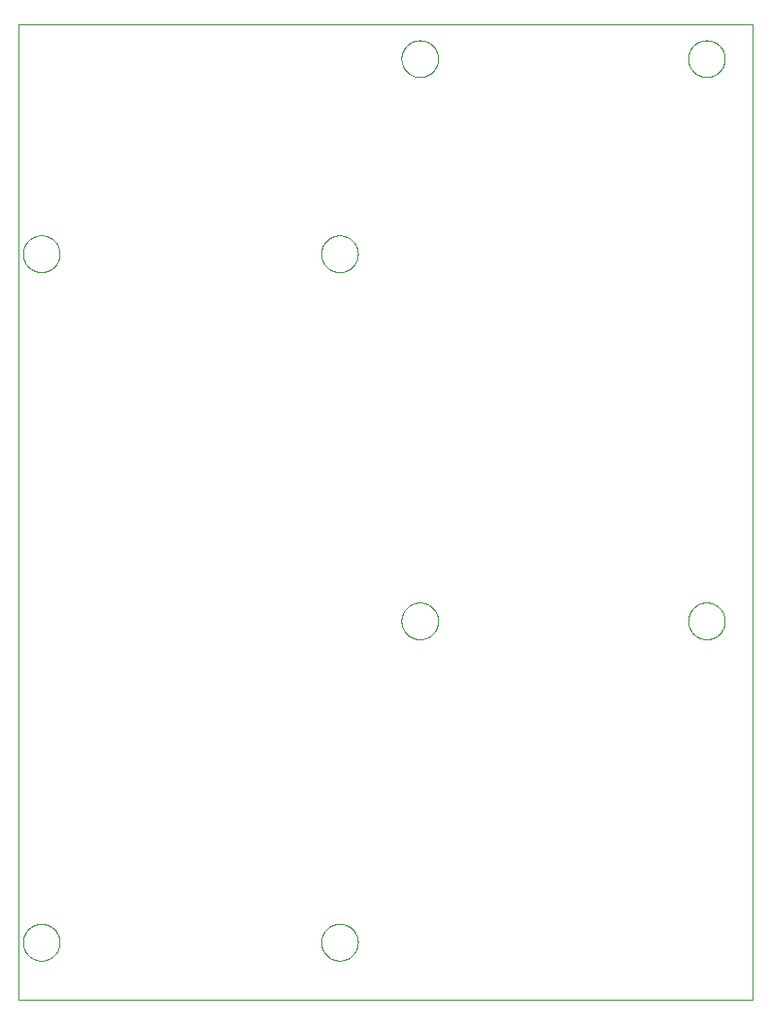
<source format=gbo>
G75*
%MOIN*%
%OFA0B0*%
%FSLAX25Y25*%
%IPPOS*%
%LPD*%
%AMOC8*
5,1,8,0,0,1.08239X$1,22.5*
%
%ADD10C,0.00000*%
D10*
X0001025Y0001000D02*
X0001025Y0335646D01*
X0252994Y0335646D01*
X0252994Y0001000D01*
X0001025Y0001000D01*
X0002600Y0020685D02*
X0002602Y0020843D01*
X0002608Y0021001D01*
X0002618Y0021159D01*
X0002632Y0021317D01*
X0002650Y0021474D01*
X0002671Y0021631D01*
X0002697Y0021787D01*
X0002727Y0021943D01*
X0002760Y0022098D01*
X0002798Y0022251D01*
X0002839Y0022404D01*
X0002884Y0022556D01*
X0002933Y0022707D01*
X0002986Y0022856D01*
X0003042Y0023004D01*
X0003102Y0023150D01*
X0003166Y0023295D01*
X0003234Y0023438D01*
X0003305Y0023580D01*
X0003379Y0023720D01*
X0003457Y0023857D01*
X0003539Y0023993D01*
X0003623Y0024127D01*
X0003712Y0024258D01*
X0003803Y0024387D01*
X0003898Y0024514D01*
X0003995Y0024639D01*
X0004096Y0024761D01*
X0004200Y0024880D01*
X0004307Y0024997D01*
X0004417Y0025111D01*
X0004530Y0025222D01*
X0004645Y0025331D01*
X0004763Y0025436D01*
X0004884Y0025538D01*
X0005007Y0025638D01*
X0005133Y0025734D01*
X0005261Y0025827D01*
X0005391Y0025917D01*
X0005524Y0026003D01*
X0005659Y0026087D01*
X0005795Y0026166D01*
X0005934Y0026243D01*
X0006075Y0026315D01*
X0006217Y0026385D01*
X0006361Y0026450D01*
X0006507Y0026512D01*
X0006654Y0026570D01*
X0006803Y0026625D01*
X0006953Y0026676D01*
X0007104Y0026723D01*
X0007256Y0026766D01*
X0007409Y0026805D01*
X0007564Y0026841D01*
X0007719Y0026872D01*
X0007875Y0026900D01*
X0008031Y0026924D01*
X0008188Y0026944D01*
X0008346Y0026960D01*
X0008503Y0026972D01*
X0008662Y0026980D01*
X0008820Y0026984D01*
X0008978Y0026984D01*
X0009136Y0026980D01*
X0009295Y0026972D01*
X0009452Y0026960D01*
X0009610Y0026944D01*
X0009767Y0026924D01*
X0009923Y0026900D01*
X0010079Y0026872D01*
X0010234Y0026841D01*
X0010389Y0026805D01*
X0010542Y0026766D01*
X0010694Y0026723D01*
X0010845Y0026676D01*
X0010995Y0026625D01*
X0011144Y0026570D01*
X0011291Y0026512D01*
X0011437Y0026450D01*
X0011581Y0026385D01*
X0011723Y0026315D01*
X0011864Y0026243D01*
X0012003Y0026166D01*
X0012139Y0026087D01*
X0012274Y0026003D01*
X0012407Y0025917D01*
X0012537Y0025827D01*
X0012665Y0025734D01*
X0012791Y0025638D01*
X0012914Y0025538D01*
X0013035Y0025436D01*
X0013153Y0025331D01*
X0013268Y0025222D01*
X0013381Y0025111D01*
X0013491Y0024997D01*
X0013598Y0024880D01*
X0013702Y0024761D01*
X0013803Y0024639D01*
X0013900Y0024514D01*
X0013995Y0024387D01*
X0014086Y0024258D01*
X0014175Y0024127D01*
X0014259Y0023993D01*
X0014341Y0023857D01*
X0014419Y0023720D01*
X0014493Y0023580D01*
X0014564Y0023438D01*
X0014632Y0023295D01*
X0014696Y0023150D01*
X0014756Y0023004D01*
X0014812Y0022856D01*
X0014865Y0022707D01*
X0014914Y0022556D01*
X0014959Y0022404D01*
X0015000Y0022251D01*
X0015038Y0022098D01*
X0015071Y0021943D01*
X0015101Y0021787D01*
X0015127Y0021631D01*
X0015148Y0021474D01*
X0015166Y0021317D01*
X0015180Y0021159D01*
X0015190Y0021001D01*
X0015196Y0020843D01*
X0015198Y0020685D01*
X0015196Y0020527D01*
X0015190Y0020369D01*
X0015180Y0020211D01*
X0015166Y0020053D01*
X0015148Y0019896D01*
X0015127Y0019739D01*
X0015101Y0019583D01*
X0015071Y0019427D01*
X0015038Y0019272D01*
X0015000Y0019119D01*
X0014959Y0018966D01*
X0014914Y0018814D01*
X0014865Y0018663D01*
X0014812Y0018514D01*
X0014756Y0018366D01*
X0014696Y0018220D01*
X0014632Y0018075D01*
X0014564Y0017932D01*
X0014493Y0017790D01*
X0014419Y0017650D01*
X0014341Y0017513D01*
X0014259Y0017377D01*
X0014175Y0017243D01*
X0014086Y0017112D01*
X0013995Y0016983D01*
X0013900Y0016856D01*
X0013803Y0016731D01*
X0013702Y0016609D01*
X0013598Y0016490D01*
X0013491Y0016373D01*
X0013381Y0016259D01*
X0013268Y0016148D01*
X0013153Y0016039D01*
X0013035Y0015934D01*
X0012914Y0015832D01*
X0012791Y0015732D01*
X0012665Y0015636D01*
X0012537Y0015543D01*
X0012407Y0015453D01*
X0012274Y0015367D01*
X0012139Y0015283D01*
X0012003Y0015204D01*
X0011864Y0015127D01*
X0011723Y0015055D01*
X0011581Y0014985D01*
X0011437Y0014920D01*
X0011291Y0014858D01*
X0011144Y0014800D01*
X0010995Y0014745D01*
X0010845Y0014694D01*
X0010694Y0014647D01*
X0010542Y0014604D01*
X0010389Y0014565D01*
X0010234Y0014529D01*
X0010079Y0014498D01*
X0009923Y0014470D01*
X0009767Y0014446D01*
X0009610Y0014426D01*
X0009452Y0014410D01*
X0009295Y0014398D01*
X0009136Y0014390D01*
X0008978Y0014386D01*
X0008820Y0014386D01*
X0008662Y0014390D01*
X0008503Y0014398D01*
X0008346Y0014410D01*
X0008188Y0014426D01*
X0008031Y0014446D01*
X0007875Y0014470D01*
X0007719Y0014498D01*
X0007564Y0014529D01*
X0007409Y0014565D01*
X0007256Y0014604D01*
X0007104Y0014647D01*
X0006953Y0014694D01*
X0006803Y0014745D01*
X0006654Y0014800D01*
X0006507Y0014858D01*
X0006361Y0014920D01*
X0006217Y0014985D01*
X0006075Y0015055D01*
X0005934Y0015127D01*
X0005795Y0015204D01*
X0005659Y0015283D01*
X0005524Y0015367D01*
X0005391Y0015453D01*
X0005261Y0015543D01*
X0005133Y0015636D01*
X0005007Y0015732D01*
X0004884Y0015832D01*
X0004763Y0015934D01*
X0004645Y0016039D01*
X0004530Y0016148D01*
X0004417Y0016259D01*
X0004307Y0016373D01*
X0004200Y0016490D01*
X0004096Y0016609D01*
X0003995Y0016731D01*
X0003898Y0016856D01*
X0003803Y0016983D01*
X0003712Y0017112D01*
X0003623Y0017243D01*
X0003539Y0017377D01*
X0003457Y0017513D01*
X0003379Y0017650D01*
X0003305Y0017790D01*
X0003234Y0017932D01*
X0003166Y0018075D01*
X0003102Y0018220D01*
X0003042Y0018366D01*
X0002986Y0018514D01*
X0002933Y0018663D01*
X0002884Y0018814D01*
X0002839Y0018966D01*
X0002798Y0019119D01*
X0002760Y0019272D01*
X0002727Y0019427D01*
X0002697Y0019583D01*
X0002671Y0019739D01*
X0002650Y0019896D01*
X0002632Y0020053D01*
X0002618Y0020211D01*
X0002608Y0020369D01*
X0002602Y0020527D01*
X0002600Y0020685D01*
X0104962Y0020685D02*
X0104964Y0020843D01*
X0104970Y0021001D01*
X0104980Y0021159D01*
X0104994Y0021317D01*
X0105012Y0021474D01*
X0105033Y0021631D01*
X0105059Y0021787D01*
X0105089Y0021943D01*
X0105122Y0022098D01*
X0105160Y0022251D01*
X0105201Y0022404D01*
X0105246Y0022556D01*
X0105295Y0022707D01*
X0105348Y0022856D01*
X0105404Y0023004D01*
X0105464Y0023150D01*
X0105528Y0023295D01*
X0105596Y0023438D01*
X0105667Y0023580D01*
X0105741Y0023720D01*
X0105819Y0023857D01*
X0105901Y0023993D01*
X0105985Y0024127D01*
X0106074Y0024258D01*
X0106165Y0024387D01*
X0106260Y0024514D01*
X0106357Y0024639D01*
X0106458Y0024761D01*
X0106562Y0024880D01*
X0106669Y0024997D01*
X0106779Y0025111D01*
X0106892Y0025222D01*
X0107007Y0025331D01*
X0107125Y0025436D01*
X0107246Y0025538D01*
X0107369Y0025638D01*
X0107495Y0025734D01*
X0107623Y0025827D01*
X0107753Y0025917D01*
X0107886Y0026003D01*
X0108021Y0026087D01*
X0108157Y0026166D01*
X0108296Y0026243D01*
X0108437Y0026315D01*
X0108579Y0026385D01*
X0108723Y0026450D01*
X0108869Y0026512D01*
X0109016Y0026570D01*
X0109165Y0026625D01*
X0109315Y0026676D01*
X0109466Y0026723D01*
X0109618Y0026766D01*
X0109771Y0026805D01*
X0109926Y0026841D01*
X0110081Y0026872D01*
X0110237Y0026900D01*
X0110393Y0026924D01*
X0110550Y0026944D01*
X0110708Y0026960D01*
X0110865Y0026972D01*
X0111024Y0026980D01*
X0111182Y0026984D01*
X0111340Y0026984D01*
X0111498Y0026980D01*
X0111657Y0026972D01*
X0111814Y0026960D01*
X0111972Y0026944D01*
X0112129Y0026924D01*
X0112285Y0026900D01*
X0112441Y0026872D01*
X0112596Y0026841D01*
X0112751Y0026805D01*
X0112904Y0026766D01*
X0113056Y0026723D01*
X0113207Y0026676D01*
X0113357Y0026625D01*
X0113506Y0026570D01*
X0113653Y0026512D01*
X0113799Y0026450D01*
X0113943Y0026385D01*
X0114085Y0026315D01*
X0114226Y0026243D01*
X0114365Y0026166D01*
X0114501Y0026087D01*
X0114636Y0026003D01*
X0114769Y0025917D01*
X0114899Y0025827D01*
X0115027Y0025734D01*
X0115153Y0025638D01*
X0115276Y0025538D01*
X0115397Y0025436D01*
X0115515Y0025331D01*
X0115630Y0025222D01*
X0115743Y0025111D01*
X0115853Y0024997D01*
X0115960Y0024880D01*
X0116064Y0024761D01*
X0116165Y0024639D01*
X0116262Y0024514D01*
X0116357Y0024387D01*
X0116448Y0024258D01*
X0116537Y0024127D01*
X0116621Y0023993D01*
X0116703Y0023857D01*
X0116781Y0023720D01*
X0116855Y0023580D01*
X0116926Y0023438D01*
X0116994Y0023295D01*
X0117058Y0023150D01*
X0117118Y0023004D01*
X0117174Y0022856D01*
X0117227Y0022707D01*
X0117276Y0022556D01*
X0117321Y0022404D01*
X0117362Y0022251D01*
X0117400Y0022098D01*
X0117433Y0021943D01*
X0117463Y0021787D01*
X0117489Y0021631D01*
X0117510Y0021474D01*
X0117528Y0021317D01*
X0117542Y0021159D01*
X0117552Y0021001D01*
X0117558Y0020843D01*
X0117560Y0020685D01*
X0117558Y0020527D01*
X0117552Y0020369D01*
X0117542Y0020211D01*
X0117528Y0020053D01*
X0117510Y0019896D01*
X0117489Y0019739D01*
X0117463Y0019583D01*
X0117433Y0019427D01*
X0117400Y0019272D01*
X0117362Y0019119D01*
X0117321Y0018966D01*
X0117276Y0018814D01*
X0117227Y0018663D01*
X0117174Y0018514D01*
X0117118Y0018366D01*
X0117058Y0018220D01*
X0116994Y0018075D01*
X0116926Y0017932D01*
X0116855Y0017790D01*
X0116781Y0017650D01*
X0116703Y0017513D01*
X0116621Y0017377D01*
X0116537Y0017243D01*
X0116448Y0017112D01*
X0116357Y0016983D01*
X0116262Y0016856D01*
X0116165Y0016731D01*
X0116064Y0016609D01*
X0115960Y0016490D01*
X0115853Y0016373D01*
X0115743Y0016259D01*
X0115630Y0016148D01*
X0115515Y0016039D01*
X0115397Y0015934D01*
X0115276Y0015832D01*
X0115153Y0015732D01*
X0115027Y0015636D01*
X0114899Y0015543D01*
X0114769Y0015453D01*
X0114636Y0015367D01*
X0114501Y0015283D01*
X0114365Y0015204D01*
X0114226Y0015127D01*
X0114085Y0015055D01*
X0113943Y0014985D01*
X0113799Y0014920D01*
X0113653Y0014858D01*
X0113506Y0014800D01*
X0113357Y0014745D01*
X0113207Y0014694D01*
X0113056Y0014647D01*
X0112904Y0014604D01*
X0112751Y0014565D01*
X0112596Y0014529D01*
X0112441Y0014498D01*
X0112285Y0014470D01*
X0112129Y0014446D01*
X0111972Y0014426D01*
X0111814Y0014410D01*
X0111657Y0014398D01*
X0111498Y0014390D01*
X0111340Y0014386D01*
X0111182Y0014386D01*
X0111024Y0014390D01*
X0110865Y0014398D01*
X0110708Y0014410D01*
X0110550Y0014426D01*
X0110393Y0014446D01*
X0110237Y0014470D01*
X0110081Y0014498D01*
X0109926Y0014529D01*
X0109771Y0014565D01*
X0109618Y0014604D01*
X0109466Y0014647D01*
X0109315Y0014694D01*
X0109165Y0014745D01*
X0109016Y0014800D01*
X0108869Y0014858D01*
X0108723Y0014920D01*
X0108579Y0014985D01*
X0108437Y0015055D01*
X0108296Y0015127D01*
X0108157Y0015204D01*
X0108021Y0015283D01*
X0107886Y0015367D01*
X0107753Y0015453D01*
X0107623Y0015543D01*
X0107495Y0015636D01*
X0107369Y0015732D01*
X0107246Y0015832D01*
X0107125Y0015934D01*
X0107007Y0016039D01*
X0106892Y0016148D01*
X0106779Y0016259D01*
X0106669Y0016373D01*
X0106562Y0016490D01*
X0106458Y0016609D01*
X0106357Y0016731D01*
X0106260Y0016856D01*
X0106165Y0016983D01*
X0106074Y0017112D01*
X0105985Y0017243D01*
X0105901Y0017377D01*
X0105819Y0017513D01*
X0105741Y0017650D01*
X0105667Y0017790D01*
X0105596Y0017932D01*
X0105528Y0018075D01*
X0105464Y0018220D01*
X0105404Y0018366D01*
X0105348Y0018514D01*
X0105295Y0018663D01*
X0105246Y0018814D01*
X0105201Y0018966D01*
X0105160Y0019119D01*
X0105122Y0019272D01*
X0105089Y0019427D01*
X0105059Y0019583D01*
X0105033Y0019739D01*
X0105012Y0019896D01*
X0104994Y0020053D01*
X0104980Y0020211D01*
X0104970Y0020369D01*
X0104964Y0020527D01*
X0104962Y0020685D01*
X0132521Y0130921D02*
X0132523Y0131079D01*
X0132529Y0131237D01*
X0132539Y0131395D01*
X0132553Y0131553D01*
X0132571Y0131710D01*
X0132592Y0131867D01*
X0132618Y0132023D01*
X0132648Y0132179D01*
X0132681Y0132334D01*
X0132719Y0132487D01*
X0132760Y0132640D01*
X0132805Y0132792D01*
X0132854Y0132943D01*
X0132907Y0133092D01*
X0132963Y0133240D01*
X0133023Y0133386D01*
X0133087Y0133531D01*
X0133155Y0133674D01*
X0133226Y0133816D01*
X0133300Y0133956D01*
X0133378Y0134093D01*
X0133460Y0134229D01*
X0133544Y0134363D01*
X0133633Y0134494D01*
X0133724Y0134623D01*
X0133819Y0134750D01*
X0133916Y0134875D01*
X0134017Y0134997D01*
X0134121Y0135116D01*
X0134228Y0135233D01*
X0134338Y0135347D01*
X0134451Y0135458D01*
X0134566Y0135567D01*
X0134684Y0135672D01*
X0134805Y0135774D01*
X0134928Y0135874D01*
X0135054Y0135970D01*
X0135182Y0136063D01*
X0135312Y0136153D01*
X0135445Y0136239D01*
X0135580Y0136323D01*
X0135716Y0136402D01*
X0135855Y0136479D01*
X0135996Y0136551D01*
X0136138Y0136621D01*
X0136282Y0136686D01*
X0136428Y0136748D01*
X0136575Y0136806D01*
X0136724Y0136861D01*
X0136874Y0136912D01*
X0137025Y0136959D01*
X0137177Y0137002D01*
X0137330Y0137041D01*
X0137485Y0137077D01*
X0137640Y0137108D01*
X0137796Y0137136D01*
X0137952Y0137160D01*
X0138109Y0137180D01*
X0138267Y0137196D01*
X0138424Y0137208D01*
X0138583Y0137216D01*
X0138741Y0137220D01*
X0138899Y0137220D01*
X0139057Y0137216D01*
X0139216Y0137208D01*
X0139373Y0137196D01*
X0139531Y0137180D01*
X0139688Y0137160D01*
X0139844Y0137136D01*
X0140000Y0137108D01*
X0140155Y0137077D01*
X0140310Y0137041D01*
X0140463Y0137002D01*
X0140615Y0136959D01*
X0140766Y0136912D01*
X0140916Y0136861D01*
X0141065Y0136806D01*
X0141212Y0136748D01*
X0141358Y0136686D01*
X0141502Y0136621D01*
X0141644Y0136551D01*
X0141785Y0136479D01*
X0141924Y0136402D01*
X0142060Y0136323D01*
X0142195Y0136239D01*
X0142328Y0136153D01*
X0142458Y0136063D01*
X0142586Y0135970D01*
X0142712Y0135874D01*
X0142835Y0135774D01*
X0142956Y0135672D01*
X0143074Y0135567D01*
X0143189Y0135458D01*
X0143302Y0135347D01*
X0143412Y0135233D01*
X0143519Y0135116D01*
X0143623Y0134997D01*
X0143724Y0134875D01*
X0143821Y0134750D01*
X0143916Y0134623D01*
X0144007Y0134494D01*
X0144096Y0134363D01*
X0144180Y0134229D01*
X0144262Y0134093D01*
X0144340Y0133956D01*
X0144414Y0133816D01*
X0144485Y0133674D01*
X0144553Y0133531D01*
X0144617Y0133386D01*
X0144677Y0133240D01*
X0144733Y0133092D01*
X0144786Y0132943D01*
X0144835Y0132792D01*
X0144880Y0132640D01*
X0144921Y0132487D01*
X0144959Y0132334D01*
X0144992Y0132179D01*
X0145022Y0132023D01*
X0145048Y0131867D01*
X0145069Y0131710D01*
X0145087Y0131553D01*
X0145101Y0131395D01*
X0145111Y0131237D01*
X0145117Y0131079D01*
X0145119Y0130921D01*
X0145117Y0130763D01*
X0145111Y0130605D01*
X0145101Y0130447D01*
X0145087Y0130289D01*
X0145069Y0130132D01*
X0145048Y0129975D01*
X0145022Y0129819D01*
X0144992Y0129663D01*
X0144959Y0129508D01*
X0144921Y0129355D01*
X0144880Y0129202D01*
X0144835Y0129050D01*
X0144786Y0128899D01*
X0144733Y0128750D01*
X0144677Y0128602D01*
X0144617Y0128456D01*
X0144553Y0128311D01*
X0144485Y0128168D01*
X0144414Y0128026D01*
X0144340Y0127886D01*
X0144262Y0127749D01*
X0144180Y0127613D01*
X0144096Y0127479D01*
X0144007Y0127348D01*
X0143916Y0127219D01*
X0143821Y0127092D01*
X0143724Y0126967D01*
X0143623Y0126845D01*
X0143519Y0126726D01*
X0143412Y0126609D01*
X0143302Y0126495D01*
X0143189Y0126384D01*
X0143074Y0126275D01*
X0142956Y0126170D01*
X0142835Y0126068D01*
X0142712Y0125968D01*
X0142586Y0125872D01*
X0142458Y0125779D01*
X0142328Y0125689D01*
X0142195Y0125603D01*
X0142060Y0125519D01*
X0141924Y0125440D01*
X0141785Y0125363D01*
X0141644Y0125291D01*
X0141502Y0125221D01*
X0141358Y0125156D01*
X0141212Y0125094D01*
X0141065Y0125036D01*
X0140916Y0124981D01*
X0140766Y0124930D01*
X0140615Y0124883D01*
X0140463Y0124840D01*
X0140310Y0124801D01*
X0140155Y0124765D01*
X0140000Y0124734D01*
X0139844Y0124706D01*
X0139688Y0124682D01*
X0139531Y0124662D01*
X0139373Y0124646D01*
X0139216Y0124634D01*
X0139057Y0124626D01*
X0138899Y0124622D01*
X0138741Y0124622D01*
X0138583Y0124626D01*
X0138424Y0124634D01*
X0138267Y0124646D01*
X0138109Y0124662D01*
X0137952Y0124682D01*
X0137796Y0124706D01*
X0137640Y0124734D01*
X0137485Y0124765D01*
X0137330Y0124801D01*
X0137177Y0124840D01*
X0137025Y0124883D01*
X0136874Y0124930D01*
X0136724Y0124981D01*
X0136575Y0125036D01*
X0136428Y0125094D01*
X0136282Y0125156D01*
X0136138Y0125221D01*
X0135996Y0125291D01*
X0135855Y0125363D01*
X0135716Y0125440D01*
X0135580Y0125519D01*
X0135445Y0125603D01*
X0135312Y0125689D01*
X0135182Y0125779D01*
X0135054Y0125872D01*
X0134928Y0125968D01*
X0134805Y0126068D01*
X0134684Y0126170D01*
X0134566Y0126275D01*
X0134451Y0126384D01*
X0134338Y0126495D01*
X0134228Y0126609D01*
X0134121Y0126726D01*
X0134017Y0126845D01*
X0133916Y0126967D01*
X0133819Y0127092D01*
X0133724Y0127219D01*
X0133633Y0127348D01*
X0133544Y0127479D01*
X0133460Y0127613D01*
X0133378Y0127749D01*
X0133300Y0127886D01*
X0133226Y0128026D01*
X0133155Y0128168D01*
X0133087Y0128311D01*
X0133023Y0128456D01*
X0132963Y0128602D01*
X0132907Y0128750D01*
X0132854Y0128899D01*
X0132805Y0129050D01*
X0132760Y0129202D01*
X0132719Y0129355D01*
X0132681Y0129508D01*
X0132648Y0129663D01*
X0132618Y0129819D01*
X0132592Y0129975D01*
X0132571Y0130132D01*
X0132553Y0130289D01*
X0132539Y0130447D01*
X0132529Y0130605D01*
X0132523Y0130763D01*
X0132521Y0130921D01*
X0104962Y0256906D02*
X0104964Y0257064D01*
X0104970Y0257222D01*
X0104980Y0257380D01*
X0104994Y0257538D01*
X0105012Y0257695D01*
X0105033Y0257852D01*
X0105059Y0258008D01*
X0105089Y0258164D01*
X0105122Y0258319D01*
X0105160Y0258472D01*
X0105201Y0258625D01*
X0105246Y0258777D01*
X0105295Y0258928D01*
X0105348Y0259077D01*
X0105404Y0259225D01*
X0105464Y0259371D01*
X0105528Y0259516D01*
X0105596Y0259659D01*
X0105667Y0259801D01*
X0105741Y0259941D01*
X0105819Y0260078D01*
X0105901Y0260214D01*
X0105985Y0260348D01*
X0106074Y0260479D01*
X0106165Y0260608D01*
X0106260Y0260735D01*
X0106357Y0260860D01*
X0106458Y0260982D01*
X0106562Y0261101D01*
X0106669Y0261218D01*
X0106779Y0261332D01*
X0106892Y0261443D01*
X0107007Y0261552D01*
X0107125Y0261657D01*
X0107246Y0261759D01*
X0107369Y0261859D01*
X0107495Y0261955D01*
X0107623Y0262048D01*
X0107753Y0262138D01*
X0107886Y0262224D01*
X0108021Y0262308D01*
X0108157Y0262387D01*
X0108296Y0262464D01*
X0108437Y0262536D01*
X0108579Y0262606D01*
X0108723Y0262671D01*
X0108869Y0262733D01*
X0109016Y0262791D01*
X0109165Y0262846D01*
X0109315Y0262897D01*
X0109466Y0262944D01*
X0109618Y0262987D01*
X0109771Y0263026D01*
X0109926Y0263062D01*
X0110081Y0263093D01*
X0110237Y0263121D01*
X0110393Y0263145D01*
X0110550Y0263165D01*
X0110708Y0263181D01*
X0110865Y0263193D01*
X0111024Y0263201D01*
X0111182Y0263205D01*
X0111340Y0263205D01*
X0111498Y0263201D01*
X0111657Y0263193D01*
X0111814Y0263181D01*
X0111972Y0263165D01*
X0112129Y0263145D01*
X0112285Y0263121D01*
X0112441Y0263093D01*
X0112596Y0263062D01*
X0112751Y0263026D01*
X0112904Y0262987D01*
X0113056Y0262944D01*
X0113207Y0262897D01*
X0113357Y0262846D01*
X0113506Y0262791D01*
X0113653Y0262733D01*
X0113799Y0262671D01*
X0113943Y0262606D01*
X0114085Y0262536D01*
X0114226Y0262464D01*
X0114365Y0262387D01*
X0114501Y0262308D01*
X0114636Y0262224D01*
X0114769Y0262138D01*
X0114899Y0262048D01*
X0115027Y0261955D01*
X0115153Y0261859D01*
X0115276Y0261759D01*
X0115397Y0261657D01*
X0115515Y0261552D01*
X0115630Y0261443D01*
X0115743Y0261332D01*
X0115853Y0261218D01*
X0115960Y0261101D01*
X0116064Y0260982D01*
X0116165Y0260860D01*
X0116262Y0260735D01*
X0116357Y0260608D01*
X0116448Y0260479D01*
X0116537Y0260348D01*
X0116621Y0260214D01*
X0116703Y0260078D01*
X0116781Y0259941D01*
X0116855Y0259801D01*
X0116926Y0259659D01*
X0116994Y0259516D01*
X0117058Y0259371D01*
X0117118Y0259225D01*
X0117174Y0259077D01*
X0117227Y0258928D01*
X0117276Y0258777D01*
X0117321Y0258625D01*
X0117362Y0258472D01*
X0117400Y0258319D01*
X0117433Y0258164D01*
X0117463Y0258008D01*
X0117489Y0257852D01*
X0117510Y0257695D01*
X0117528Y0257538D01*
X0117542Y0257380D01*
X0117552Y0257222D01*
X0117558Y0257064D01*
X0117560Y0256906D01*
X0117558Y0256748D01*
X0117552Y0256590D01*
X0117542Y0256432D01*
X0117528Y0256274D01*
X0117510Y0256117D01*
X0117489Y0255960D01*
X0117463Y0255804D01*
X0117433Y0255648D01*
X0117400Y0255493D01*
X0117362Y0255340D01*
X0117321Y0255187D01*
X0117276Y0255035D01*
X0117227Y0254884D01*
X0117174Y0254735D01*
X0117118Y0254587D01*
X0117058Y0254441D01*
X0116994Y0254296D01*
X0116926Y0254153D01*
X0116855Y0254011D01*
X0116781Y0253871D01*
X0116703Y0253734D01*
X0116621Y0253598D01*
X0116537Y0253464D01*
X0116448Y0253333D01*
X0116357Y0253204D01*
X0116262Y0253077D01*
X0116165Y0252952D01*
X0116064Y0252830D01*
X0115960Y0252711D01*
X0115853Y0252594D01*
X0115743Y0252480D01*
X0115630Y0252369D01*
X0115515Y0252260D01*
X0115397Y0252155D01*
X0115276Y0252053D01*
X0115153Y0251953D01*
X0115027Y0251857D01*
X0114899Y0251764D01*
X0114769Y0251674D01*
X0114636Y0251588D01*
X0114501Y0251504D01*
X0114365Y0251425D01*
X0114226Y0251348D01*
X0114085Y0251276D01*
X0113943Y0251206D01*
X0113799Y0251141D01*
X0113653Y0251079D01*
X0113506Y0251021D01*
X0113357Y0250966D01*
X0113207Y0250915D01*
X0113056Y0250868D01*
X0112904Y0250825D01*
X0112751Y0250786D01*
X0112596Y0250750D01*
X0112441Y0250719D01*
X0112285Y0250691D01*
X0112129Y0250667D01*
X0111972Y0250647D01*
X0111814Y0250631D01*
X0111657Y0250619D01*
X0111498Y0250611D01*
X0111340Y0250607D01*
X0111182Y0250607D01*
X0111024Y0250611D01*
X0110865Y0250619D01*
X0110708Y0250631D01*
X0110550Y0250647D01*
X0110393Y0250667D01*
X0110237Y0250691D01*
X0110081Y0250719D01*
X0109926Y0250750D01*
X0109771Y0250786D01*
X0109618Y0250825D01*
X0109466Y0250868D01*
X0109315Y0250915D01*
X0109165Y0250966D01*
X0109016Y0251021D01*
X0108869Y0251079D01*
X0108723Y0251141D01*
X0108579Y0251206D01*
X0108437Y0251276D01*
X0108296Y0251348D01*
X0108157Y0251425D01*
X0108021Y0251504D01*
X0107886Y0251588D01*
X0107753Y0251674D01*
X0107623Y0251764D01*
X0107495Y0251857D01*
X0107369Y0251953D01*
X0107246Y0252053D01*
X0107125Y0252155D01*
X0107007Y0252260D01*
X0106892Y0252369D01*
X0106779Y0252480D01*
X0106669Y0252594D01*
X0106562Y0252711D01*
X0106458Y0252830D01*
X0106357Y0252952D01*
X0106260Y0253077D01*
X0106165Y0253204D01*
X0106074Y0253333D01*
X0105985Y0253464D01*
X0105901Y0253598D01*
X0105819Y0253734D01*
X0105741Y0253871D01*
X0105667Y0254011D01*
X0105596Y0254153D01*
X0105528Y0254296D01*
X0105464Y0254441D01*
X0105404Y0254587D01*
X0105348Y0254735D01*
X0105295Y0254884D01*
X0105246Y0255035D01*
X0105201Y0255187D01*
X0105160Y0255340D01*
X0105122Y0255493D01*
X0105089Y0255648D01*
X0105059Y0255804D01*
X0105033Y0255960D01*
X0105012Y0256117D01*
X0104994Y0256274D01*
X0104980Y0256432D01*
X0104970Y0256590D01*
X0104964Y0256748D01*
X0104962Y0256906D01*
X0132521Y0323835D02*
X0132523Y0323993D01*
X0132529Y0324151D01*
X0132539Y0324309D01*
X0132553Y0324467D01*
X0132571Y0324624D01*
X0132592Y0324781D01*
X0132618Y0324937D01*
X0132648Y0325093D01*
X0132681Y0325248D01*
X0132719Y0325401D01*
X0132760Y0325554D01*
X0132805Y0325706D01*
X0132854Y0325857D01*
X0132907Y0326006D01*
X0132963Y0326154D01*
X0133023Y0326300D01*
X0133087Y0326445D01*
X0133155Y0326588D01*
X0133226Y0326730D01*
X0133300Y0326870D01*
X0133378Y0327007D01*
X0133460Y0327143D01*
X0133544Y0327277D01*
X0133633Y0327408D01*
X0133724Y0327537D01*
X0133819Y0327664D01*
X0133916Y0327789D01*
X0134017Y0327911D01*
X0134121Y0328030D01*
X0134228Y0328147D01*
X0134338Y0328261D01*
X0134451Y0328372D01*
X0134566Y0328481D01*
X0134684Y0328586D01*
X0134805Y0328688D01*
X0134928Y0328788D01*
X0135054Y0328884D01*
X0135182Y0328977D01*
X0135312Y0329067D01*
X0135445Y0329153D01*
X0135580Y0329237D01*
X0135716Y0329316D01*
X0135855Y0329393D01*
X0135996Y0329465D01*
X0136138Y0329535D01*
X0136282Y0329600D01*
X0136428Y0329662D01*
X0136575Y0329720D01*
X0136724Y0329775D01*
X0136874Y0329826D01*
X0137025Y0329873D01*
X0137177Y0329916D01*
X0137330Y0329955D01*
X0137485Y0329991D01*
X0137640Y0330022D01*
X0137796Y0330050D01*
X0137952Y0330074D01*
X0138109Y0330094D01*
X0138267Y0330110D01*
X0138424Y0330122D01*
X0138583Y0330130D01*
X0138741Y0330134D01*
X0138899Y0330134D01*
X0139057Y0330130D01*
X0139216Y0330122D01*
X0139373Y0330110D01*
X0139531Y0330094D01*
X0139688Y0330074D01*
X0139844Y0330050D01*
X0140000Y0330022D01*
X0140155Y0329991D01*
X0140310Y0329955D01*
X0140463Y0329916D01*
X0140615Y0329873D01*
X0140766Y0329826D01*
X0140916Y0329775D01*
X0141065Y0329720D01*
X0141212Y0329662D01*
X0141358Y0329600D01*
X0141502Y0329535D01*
X0141644Y0329465D01*
X0141785Y0329393D01*
X0141924Y0329316D01*
X0142060Y0329237D01*
X0142195Y0329153D01*
X0142328Y0329067D01*
X0142458Y0328977D01*
X0142586Y0328884D01*
X0142712Y0328788D01*
X0142835Y0328688D01*
X0142956Y0328586D01*
X0143074Y0328481D01*
X0143189Y0328372D01*
X0143302Y0328261D01*
X0143412Y0328147D01*
X0143519Y0328030D01*
X0143623Y0327911D01*
X0143724Y0327789D01*
X0143821Y0327664D01*
X0143916Y0327537D01*
X0144007Y0327408D01*
X0144096Y0327277D01*
X0144180Y0327143D01*
X0144262Y0327007D01*
X0144340Y0326870D01*
X0144414Y0326730D01*
X0144485Y0326588D01*
X0144553Y0326445D01*
X0144617Y0326300D01*
X0144677Y0326154D01*
X0144733Y0326006D01*
X0144786Y0325857D01*
X0144835Y0325706D01*
X0144880Y0325554D01*
X0144921Y0325401D01*
X0144959Y0325248D01*
X0144992Y0325093D01*
X0145022Y0324937D01*
X0145048Y0324781D01*
X0145069Y0324624D01*
X0145087Y0324467D01*
X0145101Y0324309D01*
X0145111Y0324151D01*
X0145117Y0323993D01*
X0145119Y0323835D01*
X0145117Y0323677D01*
X0145111Y0323519D01*
X0145101Y0323361D01*
X0145087Y0323203D01*
X0145069Y0323046D01*
X0145048Y0322889D01*
X0145022Y0322733D01*
X0144992Y0322577D01*
X0144959Y0322422D01*
X0144921Y0322269D01*
X0144880Y0322116D01*
X0144835Y0321964D01*
X0144786Y0321813D01*
X0144733Y0321664D01*
X0144677Y0321516D01*
X0144617Y0321370D01*
X0144553Y0321225D01*
X0144485Y0321082D01*
X0144414Y0320940D01*
X0144340Y0320800D01*
X0144262Y0320663D01*
X0144180Y0320527D01*
X0144096Y0320393D01*
X0144007Y0320262D01*
X0143916Y0320133D01*
X0143821Y0320006D01*
X0143724Y0319881D01*
X0143623Y0319759D01*
X0143519Y0319640D01*
X0143412Y0319523D01*
X0143302Y0319409D01*
X0143189Y0319298D01*
X0143074Y0319189D01*
X0142956Y0319084D01*
X0142835Y0318982D01*
X0142712Y0318882D01*
X0142586Y0318786D01*
X0142458Y0318693D01*
X0142328Y0318603D01*
X0142195Y0318517D01*
X0142060Y0318433D01*
X0141924Y0318354D01*
X0141785Y0318277D01*
X0141644Y0318205D01*
X0141502Y0318135D01*
X0141358Y0318070D01*
X0141212Y0318008D01*
X0141065Y0317950D01*
X0140916Y0317895D01*
X0140766Y0317844D01*
X0140615Y0317797D01*
X0140463Y0317754D01*
X0140310Y0317715D01*
X0140155Y0317679D01*
X0140000Y0317648D01*
X0139844Y0317620D01*
X0139688Y0317596D01*
X0139531Y0317576D01*
X0139373Y0317560D01*
X0139216Y0317548D01*
X0139057Y0317540D01*
X0138899Y0317536D01*
X0138741Y0317536D01*
X0138583Y0317540D01*
X0138424Y0317548D01*
X0138267Y0317560D01*
X0138109Y0317576D01*
X0137952Y0317596D01*
X0137796Y0317620D01*
X0137640Y0317648D01*
X0137485Y0317679D01*
X0137330Y0317715D01*
X0137177Y0317754D01*
X0137025Y0317797D01*
X0136874Y0317844D01*
X0136724Y0317895D01*
X0136575Y0317950D01*
X0136428Y0318008D01*
X0136282Y0318070D01*
X0136138Y0318135D01*
X0135996Y0318205D01*
X0135855Y0318277D01*
X0135716Y0318354D01*
X0135580Y0318433D01*
X0135445Y0318517D01*
X0135312Y0318603D01*
X0135182Y0318693D01*
X0135054Y0318786D01*
X0134928Y0318882D01*
X0134805Y0318982D01*
X0134684Y0319084D01*
X0134566Y0319189D01*
X0134451Y0319298D01*
X0134338Y0319409D01*
X0134228Y0319523D01*
X0134121Y0319640D01*
X0134017Y0319759D01*
X0133916Y0319881D01*
X0133819Y0320006D01*
X0133724Y0320133D01*
X0133633Y0320262D01*
X0133544Y0320393D01*
X0133460Y0320527D01*
X0133378Y0320663D01*
X0133300Y0320800D01*
X0133226Y0320940D01*
X0133155Y0321082D01*
X0133087Y0321225D01*
X0133023Y0321370D01*
X0132963Y0321516D01*
X0132907Y0321664D01*
X0132854Y0321813D01*
X0132805Y0321964D01*
X0132760Y0322116D01*
X0132719Y0322269D01*
X0132681Y0322422D01*
X0132648Y0322577D01*
X0132618Y0322733D01*
X0132592Y0322889D01*
X0132571Y0323046D01*
X0132553Y0323203D01*
X0132539Y0323361D01*
X0132529Y0323519D01*
X0132523Y0323677D01*
X0132521Y0323835D01*
X0230947Y0323835D02*
X0230949Y0323993D01*
X0230955Y0324151D01*
X0230965Y0324309D01*
X0230979Y0324467D01*
X0230997Y0324624D01*
X0231018Y0324781D01*
X0231044Y0324937D01*
X0231074Y0325093D01*
X0231107Y0325248D01*
X0231145Y0325401D01*
X0231186Y0325554D01*
X0231231Y0325706D01*
X0231280Y0325857D01*
X0231333Y0326006D01*
X0231389Y0326154D01*
X0231449Y0326300D01*
X0231513Y0326445D01*
X0231581Y0326588D01*
X0231652Y0326730D01*
X0231726Y0326870D01*
X0231804Y0327007D01*
X0231886Y0327143D01*
X0231970Y0327277D01*
X0232059Y0327408D01*
X0232150Y0327537D01*
X0232245Y0327664D01*
X0232342Y0327789D01*
X0232443Y0327911D01*
X0232547Y0328030D01*
X0232654Y0328147D01*
X0232764Y0328261D01*
X0232877Y0328372D01*
X0232992Y0328481D01*
X0233110Y0328586D01*
X0233231Y0328688D01*
X0233354Y0328788D01*
X0233480Y0328884D01*
X0233608Y0328977D01*
X0233738Y0329067D01*
X0233871Y0329153D01*
X0234006Y0329237D01*
X0234142Y0329316D01*
X0234281Y0329393D01*
X0234422Y0329465D01*
X0234564Y0329535D01*
X0234708Y0329600D01*
X0234854Y0329662D01*
X0235001Y0329720D01*
X0235150Y0329775D01*
X0235300Y0329826D01*
X0235451Y0329873D01*
X0235603Y0329916D01*
X0235756Y0329955D01*
X0235911Y0329991D01*
X0236066Y0330022D01*
X0236222Y0330050D01*
X0236378Y0330074D01*
X0236535Y0330094D01*
X0236693Y0330110D01*
X0236850Y0330122D01*
X0237009Y0330130D01*
X0237167Y0330134D01*
X0237325Y0330134D01*
X0237483Y0330130D01*
X0237642Y0330122D01*
X0237799Y0330110D01*
X0237957Y0330094D01*
X0238114Y0330074D01*
X0238270Y0330050D01*
X0238426Y0330022D01*
X0238581Y0329991D01*
X0238736Y0329955D01*
X0238889Y0329916D01*
X0239041Y0329873D01*
X0239192Y0329826D01*
X0239342Y0329775D01*
X0239491Y0329720D01*
X0239638Y0329662D01*
X0239784Y0329600D01*
X0239928Y0329535D01*
X0240070Y0329465D01*
X0240211Y0329393D01*
X0240350Y0329316D01*
X0240486Y0329237D01*
X0240621Y0329153D01*
X0240754Y0329067D01*
X0240884Y0328977D01*
X0241012Y0328884D01*
X0241138Y0328788D01*
X0241261Y0328688D01*
X0241382Y0328586D01*
X0241500Y0328481D01*
X0241615Y0328372D01*
X0241728Y0328261D01*
X0241838Y0328147D01*
X0241945Y0328030D01*
X0242049Y0327911D01*
X0242150Y0327789D01*
X0242247Y0327664D01*
X0242342Y0327537D01*
X0242433Y0327408D01*
X0242522Y0327277D01*
X0242606Y0327143D01*
X0242688Y0327007D01*
X0242766Y0326870D01*
X0242840Y0326730D01*
X0242911Y0326588D01*
X0242979Y0326445D01*
X0243043Y0326300D01*
X0243103Y0326154D01*
X0243159Y0326006D01*
X0243212Y0325857D01*
X0243261Y0325706D01*
X0243306Y0325554D01*
X0243347Y0325401D01*
X0243385Y0325248D01*
X0243418Y0325093D01*
X0243448Y0324937D01*
X0243474Y0324781D01*
X0243495Y0324624D01*
X0243513Y0324467D01*
X0243527Y0324309D01*
X0243537Y0324151D01*
X0243543Y0323993D01*
X0243545Y0323835D01*
X0243543Y0323677D01*
X0243537Y0323519D01*
X0243527Y0323361D01*
X0243513Y0323203D01*
X0243495Y0323046D01*
X0243474Y0322889D01*
X0243448Y0322733D01*
X0243418Y0322577D01*
X0243385Y0322422D01*
X0243347Y0322269D01*
X0243306Y0322116D01*
X0243261Y0321964D01*
X0243212Y0321813D01*
X0243159Y0321664D01*
X0243103Y0321516D01*
X0243043Y0321370D01*
X0242979Y0321225D01*
X0242911Y0321082D01*
X0242840Y0320940D01*
X0242766Y0320800D01*
X0242688Y0320663D01*
X0242606Y0320527D01*
X0242522Y0320393D01*
X0242433Y0320262D01*
X0242342Y0320133D01*
X0242247Y0320006D01*
X0242150Y0319881D01*
X0242049Y0319759D01*
X0241945Y0319640D01*
X0241838Y0319523D01*
X0241728Y0319409D01*
X0241615Y0319298D01*
X0241500Y0319189D01*
X0241382Y0319084D01*
X0241261Y0318982D01*
X0241138Y0318882D01*
X0241012Y0318786D01*
X0240884Y0318693D01*
X0240754Y0318603D01*
X0240621Y0318517D01*
X0240486Y0318433D01*
X0240350Y0318354D01*
X0240211Y0318277D01*
X0240070Y0318205D01*
X0239928Y0318135D01*
X0239784Y0318070D01*
X0239638Y0318008D01*
X0239491Y0317950D01*
X0239342Y0317895D01*
X0239192Y0317844D01*
X0239041Y0317797D01*
X0238889Y0317754D01*
X0238736Y0317715D01*
X0238581Y0317679D01*
X0238426Y0317648D01*
X0238270Y0317620D01*
X0238114Y0317596D01*
X0237957Y0317576D01*
X0237799Y0317560D01*
X0237642Y0317548D01*
X0237483Y0317540D01*
X0237325Y0317536D01*
X0237167Y0317536D01*
X0237009Y0317540D01*
X0236850Y0317548D01*
X0236693Y0317560D01*
X0236535Y0317576D01*
X0236378Y0317596D01*
X0236222Y0317620D01*
X0236066Y0317648D01*
X0235911Y0317679D01*
X0235756Y0317715D01*
X0235603Y0317754D01*
X0235451Y0317797D01*
X0235300Y0317844D01*
X0235150Y0317895D01*
X0235001Y0317950D01*
X0234854Y0318008D01*
X0234708Y0318070D01*
X0234564Y0318135D01*
X0234422Y0318205D01*
X0234281Y0318277D01*
X0234142Y0318354D01*
X0234006Y0318433D01*
X0233871Y0318517D01*
X0233738Y0318603D01*
X0233608Y0318693D01*
X0233480Y0318786D01*
X0233354Y0318882D01*
X0233231Y0318982D01*
X0233110Y0319084D01*
X0232992Y0319189D01*
X0232877Y0319298D01*
X0232764Y0319409D01*
X0232654Y0319523D01*
X0232547Y0319640D01*
X0232443Y0319759D01*
X0232342Y0319881D01*
X0232245Y0320006D01*
X0232150Y0320133D01*
X0232059Y0320262D01*
X0231970Y0320393D01*
X0231886Y0320527D01*
X0231804Y0320663D01*
X0231726Y0320800D01*
X0231652Y0320940D01*
X0231581Y0321082D01*
X0231513Y0321225D01*
X0231449Y0321370D01*
X0231389Y0321516D01*
X0231333Y0321664D01*
X0231280Y0321813D01*
X0231231Y0321964D01*
X0231186Y0322116D01*
X0231145Y0322269D01*
X0231107Y0322422D01*
X0231074Y0322577D01*
X0231044Y0322733D01*
X0231018Y0322889D01*
X0230997Y0323046D01*
X0230979Y0323203D01*
X0230965Y0323361D01*
X0230955Y0323519D01*
X0230949Y0323677D01*
X0230947Y0323835D01*
X0230947Y0130921D02*
X0230949Y0131079D01*
X0230955Y0131237D01*
X0230965Y0131395D01*
X0230979Y0131553D01*
X0230997Y0131710D01*
X0231018Y0131867D01*
X0231044Y0132023D01*
X0231074Y0132179D01*
X0231107Y0132334D01*
X0231145Y0132487D01*
X0231186Y0132640D01*
X0231231Y0132792D01*
X0231280Y0132943D01*
X0231333Y0133092D01*
X0231389Y0133240D01*
X0231449Y0133386D01*
X0231513Y0133531D01*
X0231581Y0133674D01*
X0231652Y0133816D01*
X0231726Y0133956D01*
X0231804Y0134093D01*
X0231886Y0134229D01*
X0231970Y0134363D01*
X0232059Y0134494D01*
X0232150Y0134623D01*
X0232245Y0134750D01*
X0232342Y0134875D01*
X0232443Y0134997D01*
X0232547Y0135116D01*
X0232654Y0135233D01*
X0232764Y0135347D01*
X0232877Y0135458D01*
X0232992Y0135567D01*
X0233110Y0135672D01*
X0233231Y0135774D01*
X0233354Y0135874D01*
X0233480Y0135970D01*
X0233608Y0136063D01*
X0233738Y0136153D01*
X0233871Y0136239D01*
X0234006Y0136323D01*
X0234142Y0136402D01*
X0234281Y0136479D01*
X0234422Y0136551D01*
X0234564Y0136621D01*
X0234708Y0136686D01*
X0234854Y0136748D01*
X0235001Y0136806D01*
X0235150Y0136861D01*
X0235300Y0136912D01*
X0235451Y0136959D01*
X0235603Y0137002D01*
X0235756Y0137041D01*
X0235911Y0137077D01*
X0236066Y0137108D01*
X0236222Y0137136D01*
X0236378Y0137160D01*
X0236535Y0137180D01*
X0236693Y0137196D01*
X0236850Y0137208D01*
X0237009Y0137216D01*
X0237167Y0137220D01*
X0237325Y0137220D01*
X0237483Y0137216D01*
X0237642Y0137208D01*
X0237799Y0137196D01*
X0237957Y0137180D01*
X0238114Y0137160D01*
X0238270Y0137136D01*
X0238426Y0137108D01*
X0238581Y0137077D01*
X0238736Y0137041D01*
X0238889Y0137002D01*
X0239041Y0136959D01*
X0239192Y0136912D01*
X0239342Y0136861D01*
X0239491Y0136806D01*
X0239638Y0136748D01*
X0239784Y0136686D01*
X0239928Y0136621D01*
X0240070Y0136551D01*
X0240211Y0136479D01*
X0240350Y0136402D01*
X0240486Y0136323D01*
X0240621Y0136239D01*
X0240754Y0136153D01*
X0240884Y0136063D01*
X0241012Y0135970D01*
X0241138Y0135874D01*
X0241261Y0135774D01*
X0241382Y0135672D01*
X0241500Y0135567D01*
X0241615Y0135458D01*
X0241728Y0135347D01*
X0241838Y0135233D01*
X0241945Y0135116D01*
X0242049Y0134997D01*
X0242150Y0134875D01*
X0242247Y0134750D01*
X0242342Y0134623D01*
X0242433Y0134494D01*
X0242522Y0134363D01*
X0242606Y0134229D01*
X0242688Y0134093D01*
X0242766Y0133956D01*
X0242840Y0133816D01*
X0242911Y0133674D01*
X0242979Y0133531D01*
X0243043Y0133386D01*
X0243103Y0133240D01*
X0243159Y0133092D01*
X0243212Y0132943D01*
X0243261Y0132792D01*
X0243306Y0132640D01*
X0243347Y0132487D01*
X0243385Y0132334D01*
X0243418Y0132179D01*
X0243448Y0132023D01*
X0243474Y0131867D01*
X0243495Y0131710D01*
X0243513Y0131553D01*
X0243527Y0131395D01*
X0243537Y0131237D01*
X0243543Y0131079D01*
X0243545Y0130921D01*
X0243543Y0130763D01*
X0243537Y0130605D01*
X0243527Y0130447D01*
X0243513Y0130289D01*
X0243495Y0130132D01*
X0243474Y0129975D01*
X0243448Y0129819D01*
X0243418Y0129663D01*
X0243385Y0129508D01*
X0243347Y0129355D01*
X0243306Y0129202D01*
X0243261Y0129050D01*
X0243212Y0128899D01*
X0243159Y0128750D01*
X0243103Y0128602D01*
X0243043Y0128456D01*
X0242979Y0128311D01*
X0242911Y0128168D01*
X0242840Y0128026D01*
X0242766Y0127886D01*
X0242688Y0127749D01*
X0242606Y0127613D01*
X0242522Y0127479D01*
X0242433Y0127348D01*
X0242342Y0127219D01*
X0242247Y0127092D01*
X0242150Y0126967D01*
X0242049Y0126845D01*
X0241945Y0126726D01*
X0241838Y0126609D01*
X0241728Y0126495D01*
X0241615Y0126384D01*
X0241500Y0126275D01*
X0241382Y0126170D01*
X0241261Y0126068D01*
X0241138Y0125968D01*
X0241012Y0125872D01*
X0240884Y0125779D01*
X0240754Y0125689D01*
X0240621Y0125603D01*
X0240486Y0125519D01*
X0240350Y0125440D01*
X0240211Y0125363D01*
X0240070Y0125291D01*
X0239928Y0125221D01*
X0239784Y0125156D01*
X0239638Y0125094D01*
X0239491Y0125036D01*
X0239342Y0124981D01*
X0239192Y0124930D01*
X0239041Y0124883D01*
X0238889Y0124840D01*
X0238736Y0124801D01*
X0238581Y0124765D01*
X0238426Y0124734D01*
X0238270Y0124706D01*
X0238114Y0124682D01*
X0237957Y0124662D01*
X0237799Y0124646D01*
X0237642Y0124634D01*
X0237483Y0124626D01*
X0237325Y0124622D01*
X0237167Y0124622D01*
X0237009Y0124626D01*
X0236850Y0124634D01*
X0236693Y0124646D01*
X0236535Y0124662D01*
X0236378Y0124682D01*
X0236222Y0124706D01*
X0236066Y0124734D01*
X0235911Y0124765D01*
X0235756Y0124801D01*
X0235603Y0124840D01*
X0235451Y0124883D01*
X0235300Y0124930D01*
X0235150Y0124981D01*
X0235001Y0125036D01*
X0234854Y0125094D01*
X0234708Y0125156D01*
X0234564Y0125221D01*
X0234422Y0125291D01*
X0234281Y0125363D01*
X0234142Y0125440D01*
X0234006Y0125519D01*
X0233871Y0125603D01*
X0233738Y0125689D01*
X0233608Y0125779D01*
X0233480Y0125872D01*
X0233354Y0125968D01*
X0233231Y0126068D01*
X0233110Y0126170D01*
X0232992Y0126275D01*
X0232877Y0126384D01*
X0232764Y0126495D01*
X0232654Y0126609D01*
X0232547Y0126726D01*
X0232443Y0126845D01*
X0232342Y0126967D01*
X0232245Y0127092D01*
X0232150Y0127219D01*
X0232059Y0127348D01*
X0231970Y0127479D01*
X0231886Y0127613D01*
X0231804Y0127749D01*
X0231726Y0127886D01*
X0231652Y0128026D01*
X0231581Y0128168D01*
X0231513Y0128311D01*
X0231449Y0128456D01*
X0231389Y0128602D01*
X0231333Y0128750D01*
X0231280Y0128899D01*
X0231231Y0129050D01*
X0231186Y0129202D01*
X0231145Y0129355D01*
X0231107Y0129508D01*
X0231074Y0129663D01*
X0231044Y0129819D01*
X0231018Y0129975D01*
X0230997Y0130132D01*
X0230979Y0130289D01*
X0230965Y0130447D01*
X0230955Y0130605D01*
X0230949Y0130763D01*
X0230947Y0130921D01*
X0002600Y0256906D02*
X0002602Y0257064D01*
X0002608Y0257222D01*
X0002618Y0257380D01*
X0002632Y0257538D01*
X0002650Y0257695D01*
X0002671Y0257852D01*
X0002697Y0258008D01*
X0002727Y0258164D01*
X0002760Y0258319D01*
X0002798Y0258472D01*
X0002839Y0258625D01*
X0002884Y0258777D01*
X0002933Y0258928D01*
X0002986Y0259077D01*
X0003042Y0259225D01*
X0003102Y0259371D01*
X0003166Y0259516D01*
X0003234Y0259659D01*
X0003305Y0259801D01*
X0003379Y0259941D01*
X0003457Y0260078D01*
X0003539Y0260214D01*
X0003623Y0260348D01*
X0003712Y0260479D01*
X0003803Y0260608D01*
X0003898Y0260735D01*
X0003995Y0260860D01*
X0004096Y0260982D01*
X0004200Y0261101D01*
X0004307Y0261218D01*
X0004417Y0261332D01*
X0004530Y0261443D01*
X0004645Y0261552D01*
X0004763Y0261657D01*
X0004884Y0261759D01*
X0005007Y0261859D01*
X0005133Y0261955D01*
X0005261Y0262048D01*
X0005391Y0262138D01*
X0005524Y0262224D01*
X0005659Y0262308D01*
X0005795Y0262387D01*
X0005934Y0262464D01*
X0006075Y0262536D01*
X0006217Y0262606D01*
X0006361Y0262671D01*
X0006507Y0262733D01*
X0006654Y0262791D01*
X0006803Y0262846D01*
X0006953Y0262897D01*
X0007104Y0262944D01*
X0007256Y0262987D01*
X0007409Y0263026D01*
X0007564Y0263062D01*
X0007719Y0263093D01*
X0007875Y0263121D01*
X0008031Y0263145D01*
X0008188Y0263165D01*
X0008346Y0263181D01*
X0008503Y0263193D01*
X0008662Y0263201D01*
X0008820Y0263205D01*
X0008978Y0263205D01*
X0009136Y0263201D01*
X0009295Y0263193D01*
X0009452Y0263181D01*
X0009610Y0263165D01*
X0009767Y0263145D01*
X0009923Y0263121D01*
X0010079Y0263093D01*
X0010234Y0263062D01*
X0010389Y0263026D01*
X0010542Y0262987D01*
X0010694Y0262944D01*
X0010845Y0262897D01*
X0010995Y0262846D01*
X0011144Y0262791D01*
X0011291Y0262733D01*
X0011437Y0262671D01*
X0011581Y0262606D01*
X0011723Y0262536D01*
X0011864Y0262464D01*
X0012003Y0262387D01*
X0012139Y0262308D01*
X0012274Y0262224D01*
X0012407Y0262138D01*
X0012537Y0262048D01*
X0012665Y0261955D01*
X0012791Y0261859D01*
X0012914Y0261759D01*
X0013035Y0261657D01*
X0013153Y0261552D01*
X0013268Y0261443D01*
X0013381Y0261332D01*
X0013491Y0261218D01*
X0013598Y0261101D01*
X0013702Y0260982D01*
X0013803Y0260860D01*
X0013900Y0260735D01*
X0013995Y0260608D01*
X0014086Y0260479D01*
X0014175Y0260348D01*
X0014259Y0260214D01*
X0014341Y0260078D01*
X0014419Y0259941D01*
X0014493Y0259801D01*
X0014564Y0259659D01*
X0014632Y0259516D01*
X0014696Y0259371D01*
X0014756Y0259225D01*
X0014812Y0259077D01*
X0014865Y0258928D01*
X0014914Y0258777D01*
X0014959Y0258625D01*
X0015000Y0258472D01*
X0015038Y0258319D01*
X0015071Y0258164D01*
X0015101Y0258008D01*
X0015127Y0257852D01*
X0015148Y0257695D01*
X0015166Y0257538D01*
X0015180Y0257380D01*
X0015190Y0257222D01*
X0015196Y0257064D01*
X0015198Y0256906D01*
X0015196Y0256748D01*
X0015190Y0256590D01*
X0015180Y0256432D01*
X0015166Y0256274D01*
X0015148Y0256117D01*
X0015127Y0255960D01*
X0015101Y0255804D01*
X0015071Y0255648D01*
X0015038Y0255493D01*
X0015000Y0255340D01*
X0014959Y0255187D01*
X0014914Y0255035D01*
X0014865Y0254884D01*
X0014812Y0254735D01*
X0014756Y0254587D01*
X0014696Y0254441D01*
X0014632Y0254296D01*
X0014564Y0254153D01*
X0014493Y0254011D01*
X0014419Y0253871D01*
X0014341Y0253734D01*
X0014259Y0253598D01*
X0014175Y0253464D01*
X0014086Y0253333D01*
X0013995Y0253204D01*
X0013900Y0253077D01*
X0013803Y0252952D01*
X0013702Y0252830D01*
X0013598Y0252711D01*
X0013491Y0252594D01*
X0013381Y0252480D01*
X0013268Y0252369D01*
X0013153Y0252260D01*
X0013035Y0252155D01*
X0012914Y0252053D01*
X0012791Y0251953D01*
X0012665Y0251857D01*
X0012537Y0251764D01*
X0012407Y0251674D01*
X0012274Y0251588D01*
X0012139Y0251504D01*
X0012003Y0251425D01*
X0011864Y0251348D01*
X0011723Y0251276D01*
X0011581Y0251206D01*
X0011437Y0251141D01*
X0011291Y0251079D01*
X0011144Y0251021D01*
X0010995Y0250966D01*
X0010845Y0250915D01*
X0010694Y0250868D01*
X0010542Y0250825D01*
X0010389Y0250786D01*
X0010234Y0250750D01*
X0010079Y0250719D01*
X0009923Y0250691D01*
X0009767Y0250667D01*
X0009610Y0250647D01*
X0009452Y0250631D01*
X0009295Y0250619D01*
X0009136Y0250611D01*
X0008978Y0250607D01*
X0008820Y0250607D01*
X0008662Y0250611D01*
X0008503Y0250619D01*
X0008346Y0250631D01*
X0008188Y0250647D01*
X0008031Y0250667D01*
X0007875Y0250691D01*
X0007719Y0250719D01*
X0007564Y0250750D01*
X0007409Y0250786D01*
X0007256Y0250825D01*
X0007104Y0250868D01*
X0006953Y0250915D01*
X0006803Y0250966D01*
X0006654Y0251021D01*
X0006507Y0251079D01*
X0006361Y0251141D01*
X0006217Y0251206D01*
X0006075Y0251276D01*
X0005934Y0251348D01*
X0005795Y0251425D01*
X0005659Y0251504D01*
X0005524Y0251588D01*
X0005391Y0251674D01*
X0005261Y0251764D01*
X0005133Y0251857D01*
X0005007Y0251953D01*
X0004884Y0252053D01*
X0004763Y0252155D01*
X0004645Y0252260D01*
X0004530Y0252369D01*
X0004417Y0252480D01*
X0004307Y0252594D01*
X0004200Y0252711D01*
X0004096Y0252830D01*
X0003995Y0252952D01*
X0003898Y0253077D01*
X0003803Y0253204D01*
X0003712Y0253333D01*
X0003623Y0253464D01*
X0003539Y0253598D01*
X0003457Y0253734D01*
X0003379Y0253871D01*
X0003305Y0254011D01*
X0003234Y0254153D01*
X0003166Y0254296D01*
X0003102Y0254441D01*
X0003042Y0254587D01*
X0002986Y0254735D01*
X0002933Y0254884D01*
X0002884Y0255035D01*
X0002839Y0255187D01*
X0002798Y0255340D01*
X0002760Y0255493D01*
X0002727Y0255648D01*
X0002697Y0255804D01*
X0002671Y0255960D01*
X0002650Y0256117D01*
X0002632Y0256274D01*
X0002618Y0256432D01*
X0002608Y0256590D01*
X0002602Y0256748D01*
X0002600Y0256906D01*
M02*

</source>
